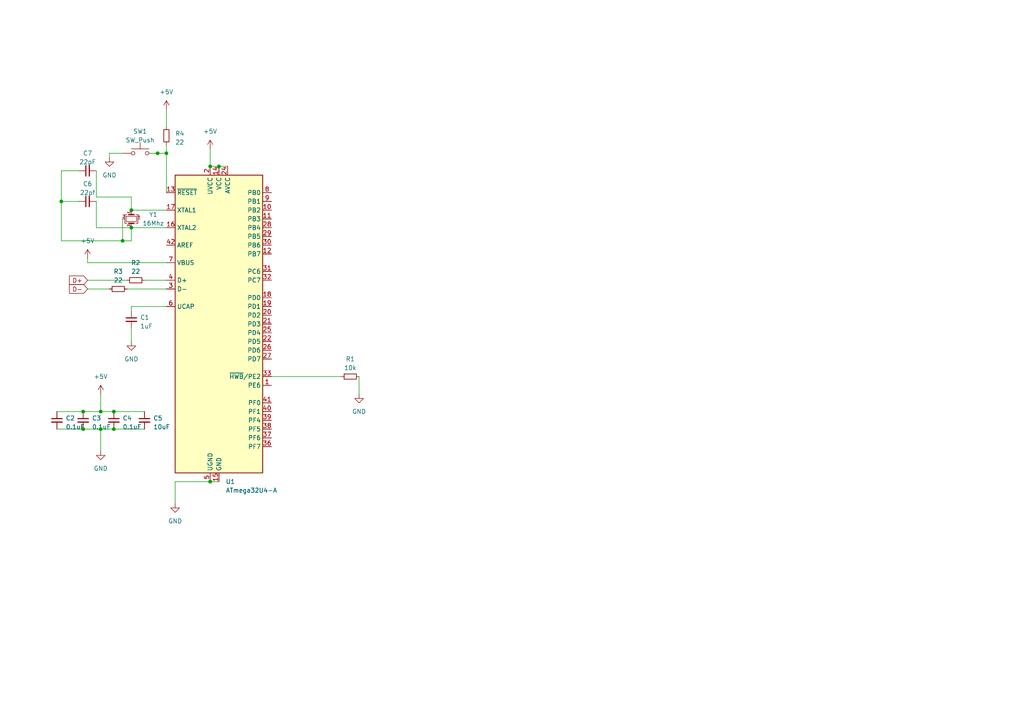
<source format=kicad_sch>
(kicad_sch (version 20230121) (generator eeschema)
  (paper "A4")
  (lib_symbols
    (symbol "Device:C_Small" (pin_numbers hide) (pin_names (offset 0.254) hide)
      (property "Reference" "C" (at 0.254 1.778 0))
      (property "Value" "C_Small" (at 0.254 -2.032 0))
      (symbol "C_Small_0_1"
        (polyline (pts (xy -1.524 -0.508) (xy 1.524 -0.508)) (stroke (width 0.3302)))
        (polyline (pts (xy -1.524 0.508) (xy 1.524 0.508)) (stroke (width 0.3048)))
      )
      (symbol "C_Small_1_1"
        (pin passive line (at 0 2.54 270) (length 2.032) (name "~") (number "1"))
        (pin passive line (at 0 -2.54 90) (length 2.032) (name "~") (number "2"))
      )
    )
    (symbol "Device:Crystal_GND24_Small" (pin_names (offset 1.016) hide)
      (property "Reference" "Y" (at 1.27 4.445 0))
      (property "Value" "Crystal_GND24_Small" (at 1.27 2.54 0))
      (symbol "Crystal_GND24_Small_0_1"
        (rectangle (start -0.762 -1.524) (end 0.762 1.524))
        (polyline (pts (xy -1.27 -0.762) (xy -1.27 0.762)) (stroke (width 0.381)))
        (polyline (pts (xy 1.27 -0.762) (xy 1.27 0.762)) (stroke (width 0.381)))
        (polyline (pts (xy -1.27 -1.27) (xy -1.27 -1.905) (xy 1.27 -1.905) (xy 1.27 -1.27)))
        (polyline (pts (xy -1.27 1.27) (xy -1.27 1.905) (xy 1.27 1.905) (xy 1.27 1.27)))
      )
      (symbol "Crystal_GND24_Small_1_1"
        (pin passive line (at -2.54 0 0) (length 1.27) (name "1") (number "1"))
        (pin passive line (at 0 -2.54 90) (length 0.635) (name "2") (number "2"))
        (pin passive line (at 2.54 0 180) (length 1.27) (name "3") (number "3"))
        (pin passive line (at 0 2.54 270) (length 0.635) (name "4") (number "4"))
      )
    )
    (symbol "Device:R_Small" (pin_numbers hide) (pin_names (offset 0.254) hide)
      (property "Reference" "R" (at 0.762 0.508 0))
      (property "Value" "R_Small" (at 0.762 -1.016 0))
      (symbol "R_Small_0_1"
        (rectangle (start -0.762 1.778) (end 0.762 -1.778) (stroke (width 0.2032)))
      )
      (symbol "R_Small_1_1"
        (pin passive line (at 0 2.54 270) (length 0.762) (name "~") (number "1"))
        (pin passive line (at 0 -2.54 90) (length 0.762) (name "~") (number "2"))
      )
    )
    (symbol "MCU_Microchip_ATmega:ATmega32U4-A"
      (property "Reference" "U" (at -12.7 44.45 0))
      (property "Value" "ATmega32U4-A" (at 2.54 -44.45 0))
      (symbol "ATmega32U4-A_0_1"
        (rectangle (start -12.7 -43.18) (end 12.7 43.18) (stroke (width 0.254)) (fill (type background)))
      )
      (symbol "ATmega32U4-A_1_1"
        (pin bidirectional line (at 15.24 -17.78 180) (length 2.54) (name "PE6") (number "1"))
        (pin bidirectional line (at 15.24 33.02 180) (length 2.54) (name "PB2") (number "10"))
        (pin bidirectional line (at 15.24 30.48 180) (length 2.54) (name "PB3") (number "11"))
        (pin bidirectional line (at 15.24 20.32 180) (length 2.54) (name "PB7") (number "12"))
        (pin input line (at -15.24 38.1 0) (length 2.54) (name "~{RESET}") (number "13"))
        (pin power_in line (at 0 45.72 270) (length 2.54) (name "VCC") (number "14"))
        (pin power_in line (at 0 -45.72 90) (length 2.54) (name "GND") (number "15"))
        (pin output line (at -15.24 27.94 0) (length 2.54) (name "XTAL2") (number "16"))
        (pin input line (at -15.24 33.02 0) (length 2.54) (name "XTAL1") (number "17"))
        (pin bidirectional line (at 15.24 7.62 180) (length 2.54) (name "PD0") (number "18"))
        (pin bidirectional line (at 15.24 5.08 180) (length 2.54) (name "PD1") (number "19"))
        (pin power_in line (at -2.54 45.72 270) (length 2.54) (name "UVCC") (number "2"))
        (pin bidirectional line (at 15.24 2.54 180) (length 2.54) (name "PD2") (number "20"))
        (pin bidirectional line (at 15.24 0 180) (length 2.54) (name "PD3") (number "21"))
        (pin bidirectional line (at 15.24 -5.08 180) (length 2.54) (name "PD5") (number "22"))
        (pin passive line (at 0 -45.72 90) (length 2.54) hide (name "GND") (number "23"))
        (pin power_in line (at 2.54 45.72 270) (length 2.54) (name "AVCC") (number "24"))
        (pin bidirectional line (at 15.24 -2.54 180) (length 2.54) (name "PD4") (number "25"))
        (pin bidirectional line (at 15.24 -7.62 180) (length 2.54) (name "PD6") (number "26"))
        (pin bidirectional line (at 15.24 -10.16 180) (length 2.54) (name "PD7") (number "27"))
        (pin bidirectional line (at 15.24 27.94 180) (length 2.54) (name "PB4") (number "28"))
        (pin bidirectional line (at 15.24 25.4 180) (length 2.54) (name "PB5") (number "29"))
        (pin bidirectional line (at -15.24 10.16 0) (length 2.54) (name "D-") (number "3"))
        (pin bidirectional line (at 15.24 22.86 180) (length 2.54) (name "PB6") (number "30"))
        (pin bidirectional line (at 15.24 15.24 180) (length 2.54) (name "PC6") (number "31"))
        (pin bidirectional line (at 15.24 12.7 180) (length 2.54) (name "PC7") (number "32"))
        (pin bidirectional line (at 15.24 -15.24 180) (length 2.54) (name "~{HWB}/PE2") (number "33"))
        (pin passive line (at 0 45.72 270) (length 2.54) hide (name "VCC") (number "34"))
        (pin passive line (at 0 -45.72 90) (length 2.54) hide (name "GND") (number "35"))
        (pin bidirectional line (at 15.24 -35.56 180) (length 2.54) (name "PF7") (number "36"))
        (pin bidirectional line (at 15.24 -33.02 180) (length 2.54) (name "PF6") (number "37"))
        (pin bidirectional line (at 15.24 -30.48 180) (length 2.54) (name "PF5") (number "38"))
        (pin bidirectional line (at 15.24 -27.94 180) (length 2.54) (name "PF4") (number "39"))
        (pin bidirectional line (at -15.24 12.7 0) (length 2.54) (name "D+") (number "4"))
        (pin bidirectional line (at 15.24 -25.4 180) (length 2.54) (name "PF1") (number "40"))
        (pin bidirectional line (at 15.24 -22.86 180) (length 2.54) (name "PF0") (number "41"))
        (pin passive line (at -15.24 22.86 0) (length 2.54) (name "AREF") (number "42"))
        (pin passive line (at 0 -45.72 90) (length 2.54) hide (name "GND") (number "43"))
        (pin passive line (at 2.54 45.72 270) (length 2.54) hide (name "AVCC") (number "44"))
        (pin passive line (at -2.54 -45.72 90) (length 2.54) (name "UGND") (number "5"))
        (pin passive line (at -15.24 5.08 0) (length 2.54) (name "UCAP") (number "6"))
        (pin input line (at -15.24 17.78 0) (length 2.54) (name "VBUS") (number "7"))
        (pin bidirectional line (at 15.24 38.1 180) (length 2.54) (name "PB0") (number "8"))
        (pin bidirectional line (at 15.24 35.56 180) (length 2.54) (name "PB1") (number "9"))
      )
    )
    (symbol "Switch:SW_Push" (pin_numbers hide) (pin_names (offset 1.016) hide)
      (property "Reference" "SW" (at 1.27 2.54 0))
      (property "Value" "SW_Push" (at 0 -1.524 0))
      (symbol "SW_Push_0_1"
        (circle (center -2.032 0) (radius 0.508))
        (polyline (pts (xy 0 1.27) (xy 0 3.048)))
        (polyline (pts (xy 2.54 1.27) (xy -2.54 1.27)))
        (circle (center 2.032 0) (radius 0.508))
        (pin passive line (at -5.08 0 0) (length 2.54) (name "1") (number "1"))
        (pin passive line (at 5.08 0 180) (length 2.54) (name "2") (number "2"))
      )
    )
    (symbol "power:+5V" (power) (pin_names (offset 0))
      (property "Value" "+5V" (at 0 3.556 0))
      (symbol "+5V_0_1"
        (polyline (pts (xy -0.762 1.27) (xy 0 2.54)))
        (polyline (pts (xy 0 0) (xy 0 2.54)))
        (polyline (pts (xy 0 2.54) (xy 0.762 1.27)))
      )
      (symbol "+5V_1_1"
        (pin power_in line (at 0 0 90) (length 0) hide (name "+5V") (number "1"))
      )
    )
    (symbol "power:GND" (power) (pin_names (offset 0))
      (property "Value" "GND" (at 0 -3.81 0))
      (symbol "GND_0_1"
        (polyline (pts (xy 0 0) (xy 0 -1.27) (xy 1.27 -1.27) (xy 0 -2.54) (xy -1.27 -1.27) (xy 0 -1.27)))
      )
      (symbol "GND_1_1"
        (pin power_in line (at 0 0 270) (length 0) hide (name "GND") (number "1"))
      )
    )
  )
  (junction (at 63.5 48.26))
  (junction (at 29.21 119.38))
  (junction (at 48.26 44.45))
  (junction (at 33.02 119.38))
  (junction (at 29.21 124.46))
  (junction (at 24.13 124.46))
  (junction (at 60.96 48.26))
  (junction (at 35.56 69.85))
  (junction (at 17.78 58.42))
  (junction (at 45.72 44.45))
  (junction (at 38.1 60.96))
  (junction (at 33.02 124.46))
  (junction (at 60.96 139.7))
  (junction (at 24.13 119.38))
  (junction (at 38.1 66.04))
  (wire (pts (xy 38.1 57.15) (xy 38.1 60.96)))
  (wire (pts (xy 50.8 146.05) (xy 50.8 139.7)))
  (wire (pts (xy 45.72 44.45) (xy 48.26 44.45)))
  (wire (pts (xy 24.13 124.46) (xy 29.21 124.46)))
  (wire (pts (xy 27.94 49.53) (xy 27.94 57.15)))
  (wire (pts (xy 25.4 74.93) (xy 25.4 76.2)))
  (wire (pts (xy 33.02 119.38) (xy 41.91 119.38)))
  (wire (pts (xy 104.14 109.22) (xy 104.14 114.3)))
  (wire (pts (xy 48.26 31.75) (xy 48.26 36.83)))
  (wire (pts (xy 25.4 83.82) (xy 31.75 83.82)))
  (wire (pts (xy 17.78 49.53) (xy 17.78 58.42)))
  (wire (pts (xy 27.94 57.15) (xy 38.1 57.15)))
  (wire (pts (xy 29.21 114.3) (xy 29.21 119.38)))
  (wire (pts (xy 22.86 49.53) (xy 17.78 49.53)))
  (wire (pts (xy 17.78 58.42) (xy 17.78 69.85)))
  (wire (pts (xy 29.21 119.38) (xy 33.02 119.38)))
  (wire (pts (xy 27.94 58.42) (xy 27.94 66.04)))
  (wire (pts (xy 35.56 63.5) (xy 35.56 69.85)))
  (wire (pts (xy 35.56 69.85) (xy 38.1 69.85)))
  (wire (pts (xy 60.96 43.18) (xy 60.96 48.26)))
  (wire (pts (xy 48.26 41.91) (xy 48.26 44.45)))
  (wire (pts (xy 78.74 109.22) (xy 99.06 109.22)))
  (wire (pts (xy 29.21 124.46) (xy 33.02 124.46)))
  (wire (pts (xy 60.96 139.7) (xy 63.5 139.7)))
  (wire (pts (xy 16.51 119.38) (xy 24.13 119.38)))
  (wire (pts (xy 27.94 66.04) (xy 38.1 66.04)))
  (wire (pts (xy 63.5 48.26) (xy 60.96 48.26)))
  (wire (pts (xy 38.1 95.25) (xy 38.1 99.06)))
  (wire (pts (xy 38.1 66.04) (xy 38.1 69.85)))
  (wire (pts (xy 17.78 69.85) (xy 35.56 69.85)))
  (wire (pts (xy 38.1 66.04) (xy 48.26 66.04)))
  (wire (pts (xy 33.02 124.46) (xy 41.91 124.46)))
  (wire (pts (xy 35.56 44.45) (xy 31.75 44.45)))
  (wire (pts (xy 48.26 55.88) (xy 48.26 44.45)))
  (wire (pts (xy 36.83 81.28) (xy 25.4 81.28)))
  (wire (pts (xy 24.13 119.38) (xy 29.21 119.38)))
  (wire (pts (xy 38.1 88.9) (xy 38.1 90.17)))
  (wire (pts (xy 43.18 44.45) (xy 45.72 44.45)))
  (wire (pts (xy 36.83 83.82) (xy 48.26 83.82)))
  (wire (pts (xy 48.26 76.2) (xy 25.4 76.2)))
  (wire (pts (xy 63.5 48.26) (xy 66.04 48.26)))
  (wire (pts (xy 38.1 60.96) (xy 48.26 60.96)))
  (wire (pts (xy 22.86 58.42) (xy 17.78 58.42)))
  (wire (pts (xy 41.91 81.28) (xy 48.26 81.28)))
  (wire (pts (xy 48.26 88.9) (xy 38.1 88.9)))
  (wire (pts (xy 31.75 44.45) (xy 31.75 45.72)))
  (wire (pts (xy 50.8 139.7) (xy 60.96 139.7)))
  (wire (pts (xy 29.21 124.46) (xy 29.21 130.81)))
  (wire (pts (xy 16.51 124.46) (xy 24.13 124.46)))
  (global_label "D+" (shape input) (at 25.4 81.28 180) (property "Intersheetrefs" "${INTERSHEET_REFS}" (effects hide)))
  (global_label "D-" (shape input) (at 25.4 83.82 180) (property "Intersheetrefs" "${INTERSHEET_REFS}" (effects hide)))
  (symbol (lib_id "Device:C_Small") (at 24.13 121.92 0) (unit 1)
    (property "Reference" "C3" (at 26.67 121.2913 0) (effects (justify left)))
    (property "Value" "0.1uF" (at 26.67 123.8313 0) (effects (justify left)))
  )
  (symbol (lib_id "power:+5V") (at 48.26 31.75 0) (unit 1)
    (property "Reference" "#PWR09" (effects hide))
    (property "Value" "+5V" (at 48.26 26.67 0))
  )
  (symbol (lib_id "Device:C_Small") (at 25.4 58.42 90) (unit 1)
    (property "Reference" "C6" (at 25.4063 53.34 90))
    (property "Value" "22pf" (at 25.4063 55.88 90))
  )
  (symbol (lib_id "Switch:SW_Push") (at 40.64 44.45 0) (unit 1)
    (property "Reference" "SW1" (at 40.64 38.1 0))
    (property "Value" "SW_Push" (at 40.64 40.64 0))
  )
  (symbol (lib_id "Device:R_Small") (at 34.29 83.82 90) (unit 1)
    (property "Reference" "R3" (at 34.29 78.74 90))
    (property "Value" "22" (at 34.29 81.28 90))
  )
  (symbol (lib_id "power:+5V") (at 29.21 114.3 0) (unit 1)
    (property "Reference" "#PWR06" (effects hide))
    (property "Value" "+5V" (at 29.21 109.22 0))
  )
  (symbol (lib_id "Device:R_Small") (at 101.6 109.22 90) (unit 1)
    (property "Reference" "R1" (at 101.6 104.14 90))
    (property "Value" "10k" (at 101.6 106.68 90))
  )
  (symbol (lib_id "power:+5V") (at 25.4 74.93 0) (unit 1)
    (property "Reference" "#PWR07" (effects hide))
    (property "Value" "+5V" (at 25.4 69.85 0))
  )
  (symbol (lib_id "Device:C_Small") (at 33.02 121.92 0) (unit 1)
    (property "Reference" "C4" (at 35.56 121.2913 0) (effects (justify left)))
    (property "Value" "0.1uF" (at 35.56 123.8313 0) (effects (justify left)))
  )
  (symbol (lib_id "Device:R_Small") (at 48.26 39.37 180) (unit 1)
    (property "Reference" "R4" (at 50.8 38.735 0) (effects (justify right)))
    (property "Value" "22" (at 50.8 41.275 0) (effects (justify right)))
  )
  (symbol (lib_id "Device:C_Small") (at 41.91 121.92 0) (unit 1)
    (property "Reference" "C5" (at 44.45 121.2913 0) (effects (justify left)))
    (property "Value" "10uF" (at 44.45 123.8313 0) (effects (justify left)))
  )
  (symbol (lib_id "Device:R_Small") (at 39.37 81.28 90) (unit 1)
    (property "Reference" "R2" (at 39.37 76.2 90))
    (property "Value" "22" (at 39.37 78.74 90))
  )
  (symbol (lib_id "power:+5V") (at 60.96 43.18 0) (unit 1)
    (property "Reference" "#PWR01" (effects hide))
    (property "Value" "+5V" (at 60.96 38.1 0))
  )
  (symbol (lib_id "MCU_Microchip_ATmega:ATmega32U4-A") (at 63.5 93.98 0) (unit 1)
    (property "Reference" "U1" (at 65.4559 139.7 0) (effects (justify left)))
    (property "Value" "ATmega32U4-A" (at 65.4559 142.24 0) (effects (justify left)))
    (property "Footprint" "Package_QFP:TQFP-44_10x10mm_P0.8mm" (effects hide))
    (property "Datasheet" "http://ww1.microchip.com/downloads/en/DeviceDoc/Atmel-7766-8-bit-AVR-ATmega16U4-32U4_Datasheet.pdf" (effects hide))
  )
  (symbol (lib_id "power:GND") (at 29.21 130.81 0) (unit 1)
    (property "Reference" "#PWR05" (effects hide))
    (property "Value" "GND" (at 29.21 135.89 0))
  )
  (symbol (lib_id "Device:C_Small") (at 16.51 121.92 0) (unit 1)
    (property "Reference" "C2" (at 19.05 121.2913 0) (effects (justify left)))
    (property "Value" "0.1uF" (at 19.05 123.8313 0) (effects (justify left)))
  )
  (symbol (lib_id "Device:C_Small") (at 38.1 92.71 0) (unit 1)
    (property "Reference" "C1" (at 40.64 92.0813 0) (effects (justify left)))
    (property "Value" "1uF" (at 40.64 94.6213 0) (effects (justify left)))
  )
  (symbol (lib_id "power:GND") (at 38.1 99.06 0) (unit 1)
    (property "Reference" "#PWR04" (effects hide))
    (property "Value" "GND" (at 38.1 104.14 0))
  )
  (symbol (lib_id "power:GND") (at 50.8 146.05 0) (unit 1)
    (property "Reference" "#PWR02" (effects hide))
    (property "Value" "GND" (at 50.8 151.13 0))
  )
  (symbol (lib_id "power:GND") (at 31.75 45.72 0) (unit 1)
    (property "Reference" "#PWR08" (effects hide))
    (property "Value" "GND" (at 31.75 50.8 0))
  )
  (symbol (lib_id "power:GND") (at 104.14 114.3 0) (unit 1)
    (property "Reference" "#PWR03" (effects hide))
    (property "Value" "GND" (at 104.14 119.38 0))
  )
  (symbol (lib_id "Device:Crystal_GND24_Small") (at 38.1 63.5 270) (unit 1)
    (property "Reference" "Y1" (at 44.45 62.23 90))
    (property "Value" "16Mhz" (at 44.45 64.77 90))
  )
  (symbol (lib_id "Device:C_Small") (at 25.4 49.53 90) (unit 1)
    (property "Reference" "C7" (at 25.4063 44.45 90))
    (property "Value" "22pF" (at 25.4063 46.99 90))
  )
)
</source>
